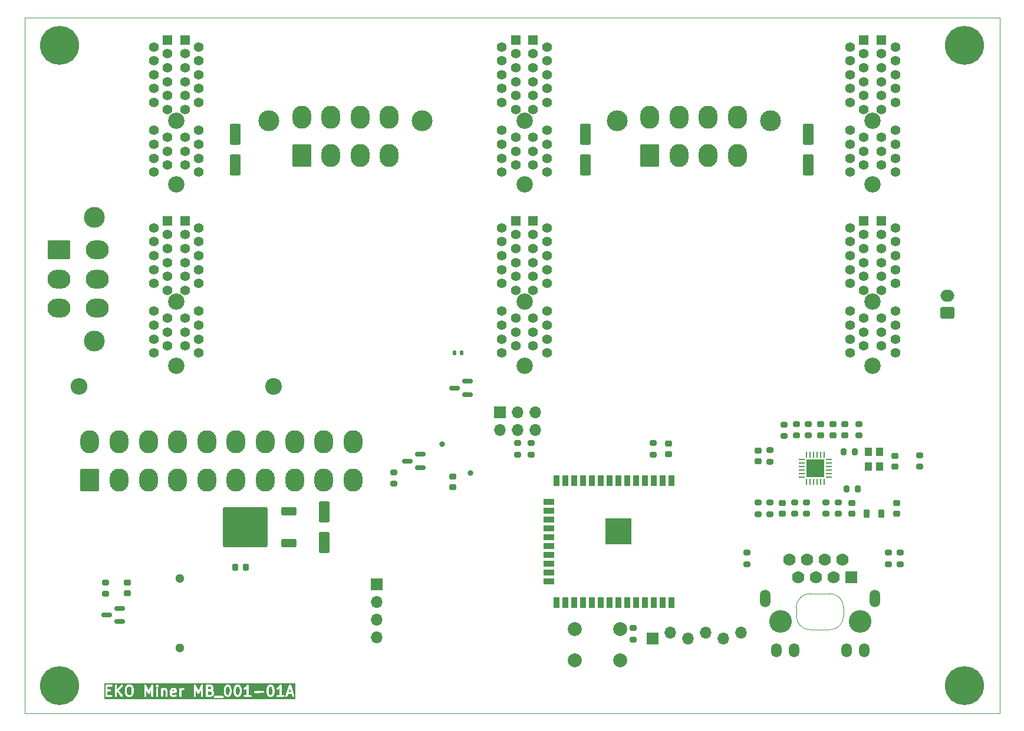
<source format=gbr>
%TF.GenerationSoftware,KiCad,Pcbnew,8.0.1*%
%TF.CreationDate,2024-04-21T01:25:57+02:00*%
%TF.ProjectId,EKO_MyMiner,454b4f5f-4d79-44d6-996e-65722e6b6963,rev?*%
%TF.SameCoordinates,Original*%
%TF.FileFunction,Soldermask,Top*%
%TF.FilePolarity,Negative*%
%FSLAX46Y46*%
G04 Gerber Fmt 4.6, Leading zero omitted, Abs format (unit mm)*
G04 Created by KiCad (PCBNEW 8.0.1) date 2024-04-21 01:25:57*
%MOMM*%
%LPD*%
G01*
G04 APERTURE LIST*
G04 Aperture macros list*
%AMRoundRect*
0 Rectangle with rounded corners*
0 $1 Rounding radius*
0 $2 $3 $4 $5 $6 $7 $8 $9 X,Y pos of 4 corners*
0 Add a 4 corners polygon primitive as box body*
4,1,4,$2,$3,$4,$5,$6,$7,$8,$9,$2,$3,0*
0 Add four circle primitives for the rounded corners*
1,1,$1+$1,$2,$3*
1,1,$1+$1,$4,$5*
1,1,$1+$1,$6,$7*
1,1,$1+$1,$8,$9*
0 Add four rect primitives between the rounded corners*
20,1,$1+$1,$2,$3,$4,$5,0*
20,1,$1+$1,$4,$5,$6,$7,0*
20,1,$1+$1,$6,$7,$8,$9,0*
20,1,$1+$1,$8,$9,$2,$3,0*%
G04 Aperture macros list end*
%ADD10C,0.300000*%
%ADD11RoundRect,0.062500X0.375000X0.062500X-0.375000X0.062500X-0.375000X-0.062500X0.375000X-0.062500X0*%
%ADD12RoundRect,0.062500X0.062500X0.375000X-0.062500X0.375000X-0.062500X-0.375000X0.062500X-0.375000X0*%
%ADD13R,2.500000X2.500000*%
%ADD14RoundRect,0.250000X-0.550000X1.250000X-0.550000X-1.250000X0.550000X-1.250000X0.550000X1.250000X0*%
%ADD15RoundRect,0.200000X0.275000X-0.200000X0.275000X0.200000X-0.275000X0.200000X-0.275000X-0.200000X0*%
%ADD16RoundRect,0.200000X-0.275000X0.200000X-0.275000X-0.200000X0.275000X-0.200000X0.275000X0.200000X0*%
%ADD17C,2.350000*%
%ADD18RoundRect,0.102000X-0.604000X0.604000X-0.604000X-0.604000X0.604000X-0.604000X0.604000X0.604000X0*%
%ADD19C,1.412000*%
%ADD20RoundRect,0.225000X-0.250000X0.225000X-0.250000X-0.225000X0.250000X-0.225000X0.250000X0.225000X0*%
%ADD21R,1.100000X1.300000*%
%ADD22R,0.900000X1.500000*%
%ADD23R,1.500000X0.900000*%
%ADD24C,0.600000*%
%ADD25R,3.800000X3.800000*%
%ADD26R,1.700000X1.700000*%
%ADD27O,1.700000X1.700000*%
%ADD28C,5.600000*%
%ADD29RoundRect,0.250000X0.850000X0.350000X-0.850000X0.350000X-0.850000X-0.350000X0.850000X-0.350000X0*%
%ADD30RoundRect,0.249997X2.950003X2.650003X-2.950003X2.650003X-2.950003X-2.650003X2.950003X-2.650003X0*%
%ADD31RoundRect,0.225000X0.250000X-0.225000X0.250000X0.225000X-0.250000X0.225000X-0.250000X-0.225000X0*%
%ADD32RoundRect,0.150000X0.587500X0.150000X-0.587500X0.150000X-0.587500X-0.150000X0.587500X-0.150000X0*%
%ADD33RoundRect,0.250000X0.750000X-0.600000X0.750000X0.600000X-0.750000X0.600000X-0.750000X-0.600000X0*%
%ADD34O,2.000000X1.700000*%
%ADD35C,2.400000*%
%ADD36O,2.400000X2.400000*%
%ADD37RoundRect,0.135000X-0.135000X-0.185000X0.135000X-0.185000X0.135000X0.185000X-0.135000X0.185000X0*%
%ADD38RoundRect,0.218750X-0.218750X-0.381250X0.218750X-0.381250X0.218750X0.381250X-0.218750X0.381250X0*%
%ADD39RoundRect,0.200000X-0.200000X-0.275000X0.200000X-0.275000X0.200000X0.275000X-0.200000X0.275000X0*%
%ADD40RoundRect,0.225000X-0.225000X-0.250000X0.225000X-0.250000X0.225000X0.250000X-0.225000X0.250000X0*%
%ADD41RoundRect,0.200000X0.200000X0.275000X-0.200000X0.275000X-0.200000X-0.275000X0.200000X-0.275000X0*%
%ADD42C,2.000000*%
%ADD43C,3.000000*%
%ADD44RoundRect,0.250001X-1.399999X1.099999X-1.399999X-1.099999X1.399999X-1.099999X1.399999X1.099999X0*%
%ADD45O,3.300000X2.700000*%
%ADD46C,1.300000*%
%ADD47RoundRect,0.250001X-1.099999X-1.399999X1.099999X-1.399999X1.099999X1.399999X-1.099999X1.399999X0*%
%ADD48O,2.700000X3.300000*%
%ADD49C,3.251200*%
%ADD50R,1.778000X1.778000*%
%ADD51C,1.778000*%
%ADD52O,1.500000X2.032000*%
%ADD53O,1.500000X2.540000*%
%ADD54C,0.800000*%
%TA.AperFunction,Profile*%
%ADD55C,0.100000*%
%TD*%
G04 APERTURE END LIST*
D10*
G36*
X93441306Y-136337426D02*
G01*
X93540893Y-136434561D01*
X93598273Y-136655697D01*
X93600792Y-137118392D01*
X93544188Y-137353687D01*
X93450523Y-137449717D01*
X93359225Y-137497119D01*
X93144227Y-137499086D01*
X93055141Y-137456229D01*
X92955556Y-137359095D01*
X92898176Y-137137959D01*
X92895657Y-136675263D01*
X92952260Y-136439969D01*
X93045926Y-136343940D01*
X93137226Y-136296536D01*
X93352222Y-136294569D01*
X93441306Y-136337426D01*
G37*
G36*
X99779139Y-136828136D02*
G01*
X99807378Y-136882524D01*
X99395989Y-136966431D01*
X99395673Y-136900583D01*
X99429533Y-136830199D01*
X99494370Y-136796536D01*
X99709366Y-136794569D01*
X99779139Y-136828136D01*
G37*
G36*
X105022493Y-137060795D02*
G01*
X105051928Y-137088956D01*
X105098603Y-137178854D01*
X105100305Y-137322625D01*
X105057372Y-137411867D01*
X105020381Y-137450532D01*
X104930923Y-137496979D01*
X104540803Y-137498851D01*
X104539882Y-137010303D01*
X104859685Y-137008562D01*
X105022493Y-137060795D01*
G37*
G36*
X104941836Y-136337681D02*
G01*
X104980500Y-136374671D01*
X105027338Y-136464882D01*
X105028555Y-136537579D01*
X104985944Y-136626152D01*
X104948954Y-136664816D01*
X104859453Y-136711286D01*
X104539322Y-136713029D01*
X104538536Y-136296025D01*
X104851703Y-136294319D01*
X104941836Y-136337681D01*
G37*
G36*
X107513263Y-136337680D02*
G01*
X107551929Y-136374671D01*
X107604541Y-136476004D01*
X107669720Y-136727196D01*
X107672109Y-137047432D01*
X107611510Y-137299334D01*
X107557372Y-137411867D01*
X107520381Y-137450532D01*
X107430172Y-137497369D01*
X107357474Y-137498586D01*
X107268900Y-137455975D01*
X107230237Y-137418986D01*
X107177621Y-137317649D01*
X107112444Y-137066460D01*
X107110055Y-136746223D01*
X107170654Y-136494320D01*
X107224791Y-136381789D01*
X107261781Y-136343125D01*
X107351994Y-136296286D01*
X107424690Y-136295069D01*
X107513263Y-136337680D01*
G37*
G36*
X108941834Y-136337680D02*
G01*
X108980500Y-136374671D01*
X109033112Y-136476004D01*
X109098291Y-136727196D01*
X109100680Y-137047432D01*
X109040081Y-137299334D01*
X108985943Y-137411867D01*
X108948952Y-137450532D01*
X108858743Y-137497369D01*
X108786045Y-137498586D01*
X108697471Y-137455975D01*
X108658808Y-137418986D01*
X108606192Y-137317649D01*
X108541015Y-137066460D01*
X108538626Y-136746223D01*
X108599225Y-136494320D01*
X108653362Y-136381789D01*
X108690352Y-136343125D01*
X108780565Y-136296286D01*
X108853261Y-136295069D01*
X108941834Y-136337680D01*
G37*
G36*
X113656119Y-136337680D02*
G01*
X113694785Y-136374671D01*
X113747397Y-136476004D01*
X113812576Y-136727196D01*
X113814965Y-137047432D01*
X113754366Y-137299334D01*
X113700228Y-137411867D01*
X113663237Y-137450532D01*
X113573028Y-137497369D01*
X113500330Y-137498586D01*
X113411756Y-137455975D01*
X113373093Y-137418986D01*
X113320477Y-137317649D01*
X113255300Y-137066460D01*
X113252911Y-136746223D01*
X113313510Y-136494320D01*
X113367647Y-136381789D01*
X113404637Y-136343125D01*
X113494850Y-136296286D01*
X113567546Y-136295069D01*
X113656119Y-136337680D01*
G37*
G36*
X116470688Y-137069055D02*
G01*
X116168726Y-137070226D01*
X116319001Y-136616696D01*
X116470688Y-137069055D01*
G37*
G36*
X117135142Y-138106352D02*
G01*
X89645843Y-138106352D01*
X89645843Y-137818949D01*
X105386822Y-137818949D01*
X105409220Y-137873021D01*
X105450604Y-137914405D01*
X105504676Y-137936803D01*
X105533940Y-137939685D01*
X106706061Y-137936803D01*
X106760133Y-137914405D01*
X106801517Y-137873021D01*
X106823915Y-137818949D01*
X106823915Y-137760421D01*
X106801517Y-137706349D01*
X106760133Y-137664965D01*
X106706061Y-137642567D01*
X106676797Y-137639685D01*
X105504676Y-137642567D01*
X105450604Y-137664965D01*
X105409220Y-137706349D01*
X105386822Y-137760421D01*
X105386822Y-137818949D01*
X89645843Y-137818949D01*
X89645843Y-136146828D01*
X89812510Y-136146828D01*
X89815392Y-137676092D01*
X89837790Y-137730164D01*
X89879174Y-137771548D01*
X89933246Y-137793946D01*
X89962510Y-137796828D01*
X90706060Y-137793946D01*
X90760132Y-137771548D01*
X90801516Y-137730164D01*
X90823914Y-137676092D01*
X90823914Y-137617564D01*
X90801516Y-137563492D01*
X90760132Y-137522108D01*
X90706060Y-137499710D01*
X90676796Y-137496828D01*
X90112231Y-137499016D01*
X90111310Y-137010303D01*
X90491774Y-137008232D01*
X90545846Y-136985834D01*
X90587230Y-136944450D01*
X90609628Y-136890378D01*
X90609628Y-136831850D01*
X90587230Y-136777778D01*
X90545846Y-136736394D01*
X90491774Y-136713996D01*
X90462510Y-136711114D01*
X90110750Y-136713029D01*
X90109964Y-136296256D01*
X90706060Y-136293946D01*
X90760132Y-136271548D01*
X90801516Y-136230164D01*
X90823914Y-136176092D01*
X90823914Y-136146828D01*
X91169653Y-136146828D01*
X91172535Y-137676092D01*
X91194933Y-137730164D01*
X91236317Y-137771548D01*
X91290389Y-137793946D01*
X91348917Y-137793946D01*
X91402989Y-137771548D01*
X91444373Y-137730164D01*
X91466771Y-137676092D01*
X91469653Y-137646828D01*
X91468560Y-137066996D01*
X91517848Y-137017478D01*
X92076660Y-137758510D01*
X92127022Y-137788329D01*
X92184959Y-137796606D01*
X92241656Y-137782081D01*
X92288478Y-137746964D01*
X92318297Y-137696603D01*
X92326574Y-137638665D01*
X92312049Y-137581969D01*
X92296796Y-137556828D01*
X91729627Y-136804714D01*
X91886782Y-136646828D01*
X92598225Y-136646828D01*
X92600896Y-137137359D01*
X92598402Y-137154119D01*
X92601086Y-137172268D01*
X92601107Y-137176092D01*
X92601954Y-137178136D01*
X92602704Y-137183208D01*
X92672535Y-137452331D01*
X92672535Y-137461805D01*
X92679115Y-137477691D01*
X92684025Y-137496613D01*
X92690664Y-137505573D01*
X92694932Y-137515877D01*
X92713587Y-137538608D01*
X92858173Y-137679635D01*
X92870544Y-137693899D01*
X92876897Y-137697898D01*
X92879176Y-137700121D01*
X92882837Y-137701637D01*
X92895429Y-137709564D01*
X93019954Y-137769470D01*
X93022032Y-137771548D01*
X93038154Y-137778226D01*
X93065750Y-137791502D01*
X93071125Y-137791883D01*
X93076104Y-137793946D01*
X93105368Y-137796828D01*
X93368627Y-137794419D01*
X93372320Y-137795650D01*
X93392748Y-137794198D01*
X93420346Y-137793946D01*
X93425324Y-137791883D01*
X93430700Y-137791502D01*
X93458164Y-137780992D01*
X93600702Y-137706985D01*
X93617275Y-137700121D01*
X93623046Y-137695384D01*
X93625907Y-137693899D01*
X93628502Y-137690906D01*
X93640005Y-137681466D01*
X93770006Y-137548183D01*
X93777580Y-137543639D01*
X93787510Y-137530237D01*
X93801517Y-137515877D01*
X93805783Y-137505575D01*
X93812424Y-137496614D01*
X93822317Y-137468923D01*
X93889187Y-137190952D01*
X93895343Y-137176092D01*
X93897131Y-137157928D01*
X93898048Y-137154120D01*
X93897722Y-137151931D01*
X93898225Y-137146828D01*
X93895553Y-136656295D01*
X93898048Y-136639536D01*
X93895363Y-136621386D01*
X93895343Y-136617564D01*
X93894496Y-136615519D01*
X93893746Y-136610447D01*
X93823914Y-136341323D01*
X93823914Y-136331851D01*
X93817334Y-136315965D01*
X93812424Y-136297042D01*
X93805784Y-136288081D01*
X93801517Y-136277778D01*
X93782862Y-136255048D01*
X93671911Y-136146828D01*
X95383939Y-136146828D01*
X95386821Y-137676092D01*
X95409219Y-137730164D01*
X95450603Y-137771548D01*
X95504675Y-137793946D01*
X95563203Y-137793946D01*
X95617275Y-137771548D01*
X95658659Y-137730164D01*
X95681057Y-137676092D01*
X95683939Y-137646828D01*
X95682372Y-136815843D01*
X95898209Y-137275494D01*
X95905679Y-137296035D01*
X95910144Y-137300911D01*
X95912999Y-137306990D01*
X95929804Y-137322380D01*
X95945206Y-137339198D01*
X95951249Y-137342018D01*
X95956162Y-137346517D01*
X95977582Y-137354306D01*
X95998244Y-137363948D01*
X96004901Y-137364240D01*
X96011164Y-137366518D01*
X96033943Y-137365517D01*
X96056714Y-137366518D01*
X96062973Y-137364241D01*
X96069635Y-137363949D01*
X96090302Y-137354304D01*
X96111717Y-137346517D01*
X96116630Y-137342017D01*
X96122672Y-137339198D01*
X96138067Y-137322385D01*
X96154880Y-137306990D01*
X96159848Y-137298601D01*
X96162199Y-137296035D01*
X96163518Y-137292405D01*
X96169866Y-137281690D01*
X96385202Y-136817375D01*
X96386821Y-137676092D01*
X96409219Y-137730164D01*
X96450603Y-137771548D01*
X96504675Y-137793946D01*
X96563203Y-137793946D01*
X96617275Y-137771548D01*
X96658659Y-137730164D01*
X96681057Y-137676092D01*
X96683939Y-137646828D01*
X96682054Y-136646828D01*
X97098225Y-136646828D01*
X97101107Y-137676092D01*
X97123505Y-137730164D01*
X97164889Y-137771548D01*
X97218961Y-137793946D01*
X97277489Y-137793946D01*
X97331561Y-137771548D01*
X97372945Y-137730164D01*
X97395343Y-137676092D01*
X97398225Y-137646828D01*
X97395425Y-136646828D01*
X97812511Y-136646828D01*
X97815393Y-137676092D01*
X97837791Y-137730164D01*
X97879175Y-137771548D01*
X97933247Y-137793946D01*
X97991775Y-137793946D01*
X98045847Y-137771548D01*
X98087231Y-137730164D01*
X98109629Y-137676092D01*
X98112511Y-137646828D01*
X98110285Y-136852155D01*
X98118924Y-136843125D01*
X98208824Y-136796449D01*
X98352594Y-136794747D01*
X98421996Y-136828136D01*
X98455480Y-136892625D01*
X98458251Y-137676092D01*
X98480649Y-137730164D01*
X98522033Y-137771548D01*
X98576105Y-137793946D01*
X98634633Y-137793946D01*
X98688705Y-137771548D01*
X98730089Y-137730164D01*
X98752487Y-137676092D01*
X98755369Y-137646828D01*
X98753601Y-137146984D01*
X99098226Y-137146984D01*
X99099631Y-137154010D01*
X99100856Y-137409422D01*
X99099404Y-137413780D01*
X99100984Y-137436021D01*
X99101108Y-137461806D01*
X99103170Y-137466784D01*
X99103552Y-137472160D01*
X99114062Y-137499623D01*
X99184615Y-137635510D01*
X99189340Y-137649685D01*
X99195904Y-137657253D01*
X99201155Y-137667367D01*
X99215361Y-137679688D01*
X99227687Y-137693900D01*
X99242491Y-137703218D01*
X99245369Y-137705714D01*
X99247680Y-137706484D01*
X99252573Y-137709564D01*
X99377098Y-137769470D01*
X99379176Y-137771548D01*
X99395298Y-137778226D01*
X99422894Y-137791502D01*
X99428269Y-137791883D01*
X99433248Y-137793946D01*
X99462512Y-137796828D01*
X99725771Y-137794419D01*
X99729464Y-137795650D01*
X99749892Y-137794198D01*
X99777490Y-137793946D01*
X99782468Y-137791883D01*
X99787844Y-137791502D01*
X99815308Y-137780992D01*
X99983051Y-137693899D01*
X100021397Y-137649684D01*
X100039905Y-137594162D01*
X100035757Y-137535782D01*
X100009583Y-137483433D01*
X99965368Y-137445086D01*
X99909845Y-137426578D01*
X99851465Y-137430726D01*
X99824002Y-137441236D01*
X99716369Y-137497119D01*
X99501371Y-137499086D01*
X99431597Y-137465520D01*
X99398074Y-137400953D01*
X99397443Y-137269480D01*
X99977914Y-137151089D01*
X99991776Y-137151089D01*
X100005221Y-137145519D01*
X100020060Y-137142493D01*
X100032271Y-137134314D01*
X100045848Y-137128691D01*
X100056349Y-137118189D01*
X100068690Y-137109925D01*
X100076842Y-137097697D01*
X100087232Y-137087307D01*
X100092914Y-137073587D01*
X100101154Y-137061229D01*
X100104006Y-137046811D01*
X100109630Y-137033235D01*
X100112512Y-137003971D01*
X100112509Y-137003830D01*
X100112513Y-137003814D01*
X100112509Y-137003794D01*
X100110477Y-136882445D01*
X100111334Y-136879875D01*
X100110156Y-136863310D01*
X100109630Y-136831850D01*
X100107566Y-136826869D01*
X100107185Y-136821495D01*
X100096676Y-136794031D01*
X100026119Y-136658139D01*
X100022349Y-136646828D01*
X100455368Y-136646828D01*
X100458250Y-137676092D01*
X100480648Y-137730164D01*
X100522032Y-137771548D01*
X100576104Y-137793946D01*
X100634632Y-137793946D01*
X100688704Y-137771548D01*
X100730088Y-137730164D01*
X100752486Y-137676092D01*
X100755368Y-137646828D01*
X100753474Y-136970642D01*
X100796220Y-136881789D01*
X100833210Y-136843125D01*
X100923423Y-136796286D01*
X101063204Y-136793946D01*
X101117276Y-136771548D01*
X101158660Y-136730164D01*
X101181058Y-136676092D01*
X101181058Y-136617564D01*
X101158660Y-136563492D01*
X101117276Y-136522108D01*
X101063204Y-136499710D01*
X101033940Y-136496828D01*
X100912414Y-136498862D01*
X100909844Y-136498006D01*
X100893279Y-136499183D01*
X100861819Y-136499710D01*
X100856838Y-136501773D01*
X100851464Y-136502155D01*
X100824000Y-136512664D01*
X100728727Y-136562131D01*
X100688704Y-136522108D01*
X100634632Y-136499710D01*
X100576104Y-136499710D01*
X100522032Y-136522108D01*
X100480648Y-136563492D01*
X100458250Y-136617564D01*
X100455368Y-136646828D01*
X100022349Y-136646828D01*
X100021397Y-136643973D01*
X100014835Y-136636407D01*
X100009582Y-136626289D01*
X99995372Y-136613965D01*
X99983051Y-136599758D01*
X99968245Y-136590438D01*
X99965367Y-136587942D01*
X99963055Y-136587171D01*
X99958165Y-136584093D01*
X99833640Y-136524186D01*
X99831562Y-136522108D01*
X99815430Y-136515426D01*
X99787845Y-136502155D01*
X99782470Y-136501773D01*
X99777490Y-136499710D01*
X99748226Y-136496828D01*
X99484965Y-136499236D01*
X99481273Y-136498006D01*
X99460844Y-136499457D01*
X99433248Y-136499710D01*
X99428270Y-136501771D01*
X99422893Y-136502154D01*
X99395430Y-136512664D01*
X99259538Y-136583220D01*
X99245370Y-136587943D01*
X99237804Y-136594504D01*
X99227686Y-136599758D01*
X99215363Y-136613966D01*
X99201155Y-136626289D01*
X99191832Y-136641098D01*
X99189340Y-136643973D01*
X99188570Y-136646280D01*
X99185490Y-136651175D01*
X99125583Y-136775700D01*
X99123506Y-136777778D01*
X99116827Y-136793900D01*
X99103552Y-136821496D01*
X99103170Y-136826871D01*
X99101108Y-136831850D01*
X99098226Y-136861114D01*
X99099565Y-137140215D01*
X99098226Y-137146984D01*
X98753601Y-137146984D01*
X98752672Y-136884429D01*
X98754191Y-136879875D01*
X98752576Y-136857157D01*
X98752487Y-136831850D01*
X98750423Y-136826869D01*
X98750042Y-136821495D01*
X98739533Y-136794031D01*
X98668976Y-136658139D01*
X98664254Y-136643973D01*
X98657692Y-136636407D01*
X98652439Y-136626289D01*
X98638229Y-136613965D01*
X98625908Y-136599758D01*
X98611102Y-136590438D01*
X98608224Y-136587942D01*
X98605912Y-136587171D01*
X98601022Y-136584093D01*
X98476497Y-136524186D01*
X98474419Y-136522108D01*
X98458287Y-136515426D01*
X98430702Y-136502155D01*
X98425327Y-136501773D01*
X98420347Y-136499710D01*
X98391083Y-136496828D01*
X98198848Y-136499102D01*
X98195558Y-136498006D01*
X98176385Y-136499368D01*
X98147533Y-136499710D01*
X98142552Y-136501773D01*
X98137178Y-136502155D01*
X98109714Y-136512664D01*
X98061458Y-136537719D01*
X98045847Y-136522108D01*
X97991775Y-136499710D01*
X97933247Y-136499710D01*
X97879175Y-136522108D01*
X97837791Y-136563492D01*
X97815393Y-136617564D01*
X97812511Y-136646828D01*
X97395425Y-136646828D01*
X97395343Y-136617564D01*
X97372945Y-136563492D01*
X97331561Y-136522108D01*
X97277489Y-136499710D01*
X97218961Y-136499710D01*
X97164889Y-136522108D01*
X97123505Y-136563492D01*
X97101107Y-136617564D01*
X97098225Y-136646828D01*
X96682054Y-136646828D01*
X96681301Y-136247521D01*
X97029679Y-136247521D01*
X97034985Y-136260330D01*
X97052076Y-136301592D01*
X97070731Y-136324323D01*
X97164889Y-136414406D01*
X97187286Y-136423682D01*
X97218961Y-136436803D01*
X97277489Y-136436803D01*
X97315723Y-136420965D01*
X97331560Y-136414406D01*
X97331564Y-136414401D01*
X97354290Y-136395752D01*
X97444374Y-136301593D01*
X97444375Y-136301592D01*
X97466772Y-136247520D01*
X97466772Y-136188994D01*
X97449307Y-136146828D01*
X102526796Y-136146828D01*
X102529678Y-137676092D01*
X102552076Y-137730164D01*
X102593460Y-137771548D01*
X102647532Y-137793946D01*
X102706060Y-137793946D01*
X102760132Y-137771548D01*
X102801516Y-137730164D01*
X102823914Y-137676092D01*
X102826796Y-137646828D01*
X102825229Y-136815843D01*
X103041066Y-137275494D01*
X103048536Y-137296035D01*
X103053001Y-137300911D01*
X103055856Y-137306990D01*
X103072661Y-137322380D01*
X103088063Y-137339198D01*
X103094106Y-137342018D01*
X103099019Y-137346517D01*
X103120439Y-137354306D01*
X103141101Y-137363948D01*
X103147758Y-137364240D01*
X103154021Y-137366518D01*
X103176800Y-137365517D01*
X103199571Y-137366518D01*
X103205830Y-137364241D01*
X103212492Y-137363949D01*
X103233159Y-137354304D01*
X103254574Y-137346517D01*
X103259487Y-137342017D01*
X103265529Y-137339198D01*
X103280924Y-137322385D01*
X103297737Y-137306990D01*
X103302705Y-137298601D01*
X103305056Y-137296035D01*
X103306375Y-137292405D01*
X103312723Y-137281690D01*
X103528059Y-136817375D01*
X103529678Y-137676092D01*
X103552076Y-137730164D01*
X103593460Y-137771548D01*
X103647532Y-137793946D01*
X103706060Y-137793946D01*
X103760132Y-137771548D01*
X103801516Y-137730164D01*
X103823914Y-137676092D01*
X103826796Y-137646828D01*
X103823972Y-136148720D01*
X103824055Y-136146828D01*
X104241082Y-136146828D01*
X104243964Y-137676092D01*
X104266362Y-137730164D01*
X104307746Y-137771548D01*
X104361818Y-137793946D01*
X104391082Y-137796828D01*
X104939391Y-137794197D01*
X104943749Y-137795650D01*
X104965990Y-137794069D01*
X104991775Y-137793946D01*
X104996753Y-137791883D01*
X105002129Y-137791502D01*
X105029593Y-137780992D01*
X105172134Y-137706983D01*
X105188703Y-137700121D01*
X105194473Y-137695385D01*
X105197336Y-137693899D01*
X105199932Y-137690905D01*
X105211434Y-137681466D01*
X105283335Y-137606310D01*
X105295296Y-137595938D01*
X105299213Y-137589714D01*
X105301518Y-137587306D01*
X105303034Y-137583644D01*
X105310961Y-137571053D01*
X105370867Y-137446527D01*
X105372945Y-137444450D01*
X105379623Y-137428327D01*
X105392899Y-137400732D01*
X105393280Y-137395356D01*
X105395343Y-137390378D01*
X105398225Y-137361114D01*
X105395950Y-137168880D01*
X105397047Y-137165590D01*
X105395684Y-137146411D01*
X105395343Y-137117564D01*
X105393280Y-137112585D01*
X105392899Y-137107210D01*
X105382389Y-137079747D01*
X105308383Y-136937209D01*
X105301518Y-136920636D01*
X105296780Y-136914863D01*
X105295296Y-136912004D01*
X105292304Y-136909409D01*
X105282863Y-136897905D01*
X105224718Y-136842276D01*
X105223867Y-136840575D01*
X105213934Y-136831960D01*
X105207200Y-136825517D01*
X105211905Y-136820598D01*
X105223867Y-136810225D01*
X105227784Y-136804002D01*
X105230089Y-136801593D01*
X105231605Y-136797930D01*
X105239532Y-136785339D01*
X105271804Y-136718257D01*
X106812511Y-136718257D01*
X106815107Y-137066430D01*
X106812688Y-137082691D01*
X106815364Y-137100785D01*
X106815393Y-137104664D01*
X106816240Y-137106708D01*
X106816990Y-137111780D01*
X106888247Y-137386400D01*
X106889266Y-137400733D01*
X106897654Y-137422653D01*
X106898311Y-137425185D01*
X106898955Y-137426055D01*
X106899775Y-137428196D01*
X106973784Y-137570738D01*
X106980647Y-137587306D01*
X106985382Y-137593076D01*
X106986869Y-137595939D01*
X106989862Y-137598535D01*
X106999302Y-137610037D01*
X107074457Y-137681938D01*
X107084830Y-137693899D01*
X107091053Y-137697816D01*
X107093462Y-137700121D01*
X107097123Y-137701637D01*
X107109715Y-137709564D01*
X107234240Y-137769470D01*
X107236318Y-137771548D01*
X107252440Y-137778226D01*
X107280036Y-137791502D01*
X107285411Y-137791883D01*
X107290390Y-137793946D01*
X107319654Y-137796828D01*
X107441178Y-137794793D01*
X107443749Y-137795650D01*
X107460318Y-137794472D01*
X107491775Y-137793946D01*
X107496753Y-137791883D01*
X107502129Y-137791502D01*
X107529593Y-137780992D01*
X107672134Y-137706983D01*
X107688703Y-137700121D01*
X107694473Y-137695385D01*
X107697336Y-137693899D01*
X107699932Y-137690905D01*
X107711434Y-137681466D01*
X107783335Y-137606310D01*
X107795296Y-137595938D01*
X107799213Y-137589714D01*
X107801518Y-137587306D01*
X107803034Y-137583644D01*
X107810961Y-137571053D01*
X107876102Y-137435645D01*
X107883853Y-137425186D01*
X107891696Y-137403231D01*
X107892899Y-137400732D01*
X107892975Y-137399650D01*
X107893746Y-137397495D01*
X107960616Y-137119524D01*
X107966772Y-137104664D01*
X107968560Y-137086500D01*
X107969477Y-137082692D01*
X107969151Y-137080503D01*
X107969654Y-137075400D01*
X107967057Y-136727225D01*
X107968392Y-136718257D01*
X108241082Y-136718257D01*
X108243678Y-137066430D01*
X108241259Y-137082691D01*
X108243935Y-137100785D01*
X108243964Y-137104664D01*
X108244811Y-137106708D01*
X108245561Y-137111780D01*
X108316818Y-137386400D01*
X108317837Y-137400733D01*
X108326225Y-137422653D01*
X108326882Y-137425185D01*
X108327526Y-137426055D01*
X108328346Y-137428196D01*
X108402355Y-137570738D01*
X108409218Y-137587306D01*
X108413953Y-137593076D01*
X108415440Y-137595939D01*
X108418433Y-137598535D01*
X108427873Y-137610037D01*
X108503028Y-137681938D01*
X108513401Y-137693899D01*
X108519624Y-137697816D01*
X108522033Y-137700121D01*
X108525694Y-137701637D01*
X108538286Y-137709564D01*
X108662811Y-137769470D01*
X108664889Y-137771548D01*
X108681011Y-137778226D01*
X108708607Y-137791502D01*
X108713982Y-137791883D01*
X108718961Y-137793946D01*
X108748225Y-137796828D01*
X108869749Y-137794793D01*
X108872320Y-137795650D01*
X108888889Y-137794472D01*
X108920346Y-137793946D01*
X108925324Y-137791883D01*
X108930700Y-137791502D01*
X108958164Y-137780992D01*
X109100705Y-137706983D01*
X109117274Y-137700121D01*
X109123044Y-137695385D01*
X109125907Y-137693899D01*
X109128503Y-137690905D01*
X109140005Y-137681466D01*
X109211906Y-137606310D01*
X109223867Y-137595938D01*
X109227784Y-137589714D01*
X109230089Y-137587306D01*
X109231605Y-137583644D01*
X109239532Y-137571053D01*
X109304673Y-137435645D01*
X109312424Y-137425186D01*
X109320267Y-137403231D01*
X109321470Y-137400732D01*
X109321546Y-137399650D01*
X109322317Y-137397495D01*
X109389187Y-137119524D01*
X109395343Y-137104664D01*
X109397131Y-137086500D01*
X109398048Y-137082692D01*
X109397722Y-137080503D01*
X109398225Y-137075400D01*
X109395628Y-136727225D01*
X109398048Y-136710965D01*
X109395371Y-136692870D01*
X109395343Y-136688993D01*
X109394496Y-136686948D01*
X109393746Y-136681876D01*
X109361250Y-136556639D01*
X109670831Y-136556639D01*
X109674980Y-136615019D01*
X109701154Y-136667368D01*
X109745369Y-136705715D01*
X109800892Y-136724222D01*
X109859272Y-136720073D01*
X109886735Y-136709564D01*
X110029277Y-136635554D01*
X110045845Y-136628692D01*
X110051615Y-136623956D01*
X110054478Y-136622470D01*
X110057074Y-136619476D01*
X110068576Y-136610037D01*
X110099038Y-136578806D01*
X110100771Y-137498700D01*
X109790389Y-137499710D01*
X109736317Y-137522108D01*
X109694933Y-137563492D01*
X109672535Y-137617564D01*
X109672535Y-137676092D01*
X109694933Y-137730164D01*
X109736317Y-137771548D01*
X109790389Y-137793946D01*
X109819653Y-137796828D01*
X110706060Y-137793946D01*
X110760132Y-137771548D01*
X110801516Y-137730164D01*
X110823914Y-137676092D01*
X110823914Y-137617564D01*
X110801516Y-137563492D01*
X110760132Y-137522108D01*
X110706060Y-137499710D01*
X110676796Y-137496828D01*
X110397943Y-137497734D01*
X110397202Y-137104664D01*
X111172534Y-137104664D01*
X111194932Y-137158736D01*
X111236316Y-137200120D01*
X111290388Y-137222518D01*
X111319652Y-137225400D01*
X112491774Y-137222518D01*
X112545846Y-137200120D01*
X112587230Y-137158736D01*
X112609628Y-137104664D01*
X112609628Y-137046136D01*
X112587230Y-136992064D01*
X112545846Y-136950680D01*
X112491774Y-136928282D01*
X112462510Y-136925400D01*
X111290388Y-136928282D01*
X111236316Y-136950680D01*
X111194932Y-136992064D01*
X111172534Y-137046136D01*
X111172534Y-137104664D01*
X110397202Y-137104664D01*
X110396474Y-136718257D01*
X112955367Y-136718257D01*
X112957963Y-137066430D01*
X112955544Y-137082691D01*
X112958220Y-137100785D01*
X112958249Y-137104664D01*
X112959096Y-137106708D01*
X112959846Y-137111780D01*
X113031103Y-137386400D01*
X113032122Y-137400733D01*
X113040510Y-137422653D01*
X113041167Y-137425185D01*
X113041811Y-137426055D01*
X113042631Y-137428196D01*
X113116640Y-137570738D01*
X113123503Y-137587306D01*
X113128238Y-137593076D01*
X113129725Y-137595939D01*
X113132718Y-137598535D01*
X113142158Y-137610037D01*
X113217313Y-137681938D01*
X113227686Y-137693899D01*
X113233909Y-137697816D01*
X113236318Y-137700121D01*
X113239979Y-137701637D01*
X113252571Y-137709564D01*
X113377096Y-137769470D01*
X113379174Y-137771548D01*
X113395296Y-137778226D01*
X113422892Y-137791502D01*
X113428267Y-137791883D01*
X113433246Y-137793946D01*
X113462510Y-137796828D01*
X113584034Y-137794793D01*
X113586605Y-137795650D01*
X113603174Y-137794472D01*
X113634631Y-137793946D01*
X113639609Y-137791883D01*
X113644985Y-137791502D01*
X113672449Y-137780992D01*
X113814990Y-137706983D01*
X113831559Y-137700121D01*
X113837329Y-137695385D01*
X113840192Y-137693899D01*
X113842788Y-137690905D01*
X113854290Y-137681466D01*
X113926191Y-137606310D01*
X113938152Y-137595938D01*
X113942069Y-137589714D01*
X113944374Y-137587306D01*
X113945890Y-137583644D01*
X113953817Y-137571053D01*
X114018958Y-137435645D01*
X114026709Y-137425186D01*
X114034552Y-137403231D01*
X114035755Y-137400732D01*
X114035831Y-137399650D01*
X114036602Y-137397495D01*
X114103472Y-137119524D01*
X114109628Y-137104664D01*
X114111416Y-137086500D01*
X114112333Y-137082692D01*
X114112007Y-137080503D01*
X114112510Y-137075400D01*
X114109913Y-136727225D01*
X114112333Y-136710965D01*
X114109656Y-136692870D01*
X114109628Y-136688993D01*
X114108781Y-136686948D01*
X114108031Y-136681876D01*
X114075535Y-136556639D01*
X114385116Y-136556639D01*
X114389265Y-136615019D01*
X114415439Y-136667368D01*
X114459654Y-136705715D01*
X114515177Y-136724222D01*
X114573557Y-136720073D01*
X114601020Y-136709564D01*
X114743562Y-136635554D01*
X114760130Y-136628692D01*
X114765900Y-136623956D01*
X114768763Y-136622470D01*
X114771359Y-136619476D01*
X114782861Y-136610037D01*
X114813323Y-136578806D01*
X114815056Y-137498700D01*
X114504674Y-137499710D01*
X114450602Y-137522108D01*
X114409218Y-137563492D01*
X114386820Y-137617564D01*
X114386820Y-137676092D01*
X114409218Y-137730164D01*
X114450602Y-137771548D01*
X114504674Y-137793946D01*
X114533938Y-137796828D01*
X115420345Y-137793946D01*
X115474417Y-137771548D01*
X115515801Y-137730164D01*
X115538199Y-137676092D01*
X115538199Y-137628067D01*
X115670830Y-137628067D01*
X115674979Y-137686448D01*
X115701153Y-137738795D01*
X115745367Y-137777142D01*
X115800891Y-137795650D01*
X115859272Y-137791501D01*
X115911619Y-137765327D01*
X115949966Y-137721113D01*
X115961954Y-137694262D01*
X116070112Y-137367839D01*
X116570227Y-137365901D01*
X116689338Y-137721113D01*
X116727685Y-137765328D01*
X116780033Y-137791501D01*
X116838413Y-137795651D01*
X116893937Y-137777142D01*
X116938151Y-137738795D01*
X116964325Y-137686448D01*
X116968475Y-137628068D01*
X116961955Y-137599394D01*
X116465060Y-136117558D01*
X116464325Y-136107208D01*
X116456021Y-136090600D01*
X116449966Y-136072543D01*
X116442943Y-136064446D01*
X116438151Y-136054861D01*
X116423942Y-136042537D01*
X116411619Y-136028329D01*
X116402033Y-136023536D01*
X116393937Y-136016514D01*
X116376093Y-136010565D01*
X116359272Y-136002155D01*
X116348583Y-136001395D01*
X116338413Y-135998005D01*
X116319647Y-135999338D01*
X116300891Y-135998006D01*
X116290723Y-136001395D01*
X116280033Y-136002155D01*
X116263209Y-136010566D01*
X116245367Y-136016514D01*
X116237272Y-136023534D01*
X116227685Y-136028328D01*
X116215359Y-136042539D01*
X116201153Y-136054861D01*
X116196360Y-136064445D01*
X116189338Y-136072543D01*
X116177350Y-136099394D01*
X115820011Y-137177838D01*
X115815391Y-137188993D01*
X115815391Y-137191783D01*
X115670830Y-137628067D01*
X115538199Y-137628067D01*
X115538199Y-137617564D01*
X115515801Y-137563492D01*
X115474417Y-137522108D01*
X115420345Y-137499710D01*
X115391081Y-137496828D01*
X115112228Y-137497734D01*
X115109708Y-136160827D01*
X115112509Y-136146670D01*
X115109654Y-136132400D01*
X115109627Y-136117564D01*
X115103943Y-136103843D01*
X115101031Y-136089281D01*
X115092852Y-136077068D01*
X115087229Y-136063492D01*
X115076730Y-136052993D01*
X115068465Y-136040651D01*
X115056234Y-136032497D01*
X115045845Y-136022108D01*
X115032126Y-136016425D01*
X115019766Y-136008185D01*
X115005347Y-136005332D01*
X114991773Y-135999710D01*
X114976922Y-135999710D01*
X114962352Y-135996828D01*
X114947942Y-135999710D01*
X114933245Y-135999710D01*
X114919523Y-136005393D01*
X114904962Y-136008306D01*
X114892749Y-136016484D01*
X114879173Y-136022108D01*
X114868674Y-136032606D01*
X114856332Y-136040872D01*
X114837900Y-136063380D01*
X114837789Y-136063492D01*
X114837768Y-136063542D01*
X114837702Y-136063623D01*
X114711350Y-136257339D01*
X114593381Y-136378286D01*
X114441970Y-136456901D01*
X114403623Y-136501116D01*
X114385116Y-136556639D01*
X114075535Y-136556639D01*
X114036773Y-136407257D01*
X114035755Y-136392924D01*
X114027367Y-136371005D01*
X114026709Y-136368470D01*
X114026062Y-136367597D01*
X114025245Y-136365461D01*
X113951236Y-136222918D01*
X113944373Y-136206349D01*
X113939637Y-136200578D01*
X113938152Y-136197718D01*
X113935160Y-136195123D01*
X113925718Y-136183618D01*
X113850571Y-136111725D01*
X113840192Y-136099758D01*
X113833963Y-136095837D01*
X113831558Y-136093536D01*
X113827901Y-136092021D01*
X113815306Y-136084093D01*
X113690781Y-136024186D01*
X113688703Y-136022108D01*
X113672571Y-136015426D01*
X113644986Y-136002155D01*
X113639611Y-136001773D01*
X113634631Y-135999710D01*
X113605367Y-135996828D01*
X113483841Y-135998862D01*
X113481271Y-135998006D01*
X113464706Y-135999183D01*
X113433246Y-135999710D01*
X113428265Y-136001773D01*
X113422891Y-136002155D01*
X113395427Y-136012664D01*
X113252883Y-136086674D01*
X113236318Y-136093536D01*
X113230547Y-136098271D01*
X113227685Y-136099758D01*
X113225088Y-136102751D01*
X113213588Y-136112190D01*
X113141690Y-136187339D01*
X113129725Y-136197717D01*
X113125806Y-136203942D01*
X113123504Y-136206349D01*
X113121988Y-136210007D01*
X113114060Y-136222603D01*
X113048918Y-136358010D01*
X113041167Y-136368471D01*
X113033323Y-136390425D01*
X113032122Y-136392923D01*
X113032045Y-136394003D01*
X113031274Y-136396162D01*
X112964404Y-136674131D01*
X112958249Y-136688993D01*
X112956460Y-136707158D01*
X112955544Y-136710966D01*
X112955869Y-136713153D01*
X112955367Y-136718257D01*
X110396474Y-136718257D01*
X110395423Y-136160827D01*
X110398224Y-136146670D01*
X110395369Y-136132400D01*
X110395342Y-136117564D01*
X110389658Y-136103843D01*
X110386746Y-136089281D01*
X110378567Y-136077068D01*
X110372944Y-136063492D01*
X110362445Y-136052993D01*
X110354180Y-136040651D01*
X110341949Y-136032497D01*
X110331560Y-136022108D01*
X110317841Y-136016425D01*
X110305481Y-136008185D01*
X110291062Y-136005332D01*
X110277488Y-135999710D01*
X110262637Y-135999710D01*
X110248067Y-135996828D01*
X110233657Y-135999710D01*
X110218960Y-135999710D01*
X110205238Y-136005393D01*
X110190677Y-136008306D01*
X110178464Y-136016484D01*
X110164888Y-136022108D01*
X110154389Y-136032606D01*
X110142047Y-136040872D01*
X110123615Y-136063380D01*
X110123504Y-136063492D01*
X110123483Y-136063542D01*
X110123417Y-136063623D01*
X109997065Y-136257339D01*
X109879096Y-136378286D01*
X109727685Y-136456901D01*
X109689338Y-136501116D01*
X109670831Y-136556639D01*
X109361250Y-136556639D01*
X109322488Y-136407257D01*
X109321470Y-136392924D01*
X109313082Y-136371005D01*
X109312424Y-136368470D01*
X109311777Y-136367597D01*
X109310960Y-136365461D01*
X109236951Y-136222918D01*
X109230088Y-136206349D01*
X109225352Y-136200578D01*
X109223867Y-136197718D01*
X109220875Y-136195123D01*
X109211433Y-136183618D01*
X109136286Y-136111725D01*
X109125907Y-136099758D01*
X109119678Y-136095837D01*
X109117273Y-136093536D01*
X109113616Y-136092021D01*
X109101021Y-136084093D01*
X108976496Y-136024186D01*
X108974418Y-136022108D01*
X108958286Y-136015426D01*
X108930701Y-136002155D01*
X108925326Y-136001773D01*
X108920346Y-135999710D01*
X108891082Y-135996828D01*
X108769556Y-135998862D01*
X108766986Y-135998006D01*
X108750421Y-135999183D01*
X108718961Y-135999710D01*
X108713980Y-136001773D01*
X108708606Y-136002155D01*
X108681142Y-136012664D01*
X108538598Y-136086674D01*
X108522033Y-136093536D01*
X108516262Y-136098271D01*
X108513400Y-136099758D01*
X108510803Y-136102751D01*
X108499303Y-136112190D01*
X108427405Y-136187339D01*
X108415440Y-136197717D01*
X108411521Y-136203942D01*
X108409219Y-136206349D01*
X108407703Y-136210007D01*
X108399775Y-136222603D01*
X108334633Y-136358010D01*
X108326882Y-136368471D01*
X108319038Y-136390425D01*
X108317837Y-136392923D01*
X108317760Y-136394003D01*
X108316989Y-136396162D01*
X108250119Y-136674131D01*
X108243964Y-136688993D01*
X108242175Y-136707158D01*
X108241259Y-136710966D01*
X108241584Y-136713153D01*
X108241082Y-136718257D01*
X107968392Y-136718257D01*
X107969477Y-136710965D01*
X107966800Y-136692870D01*
X107966772Y-136688993D01*
X107965925Y-136686948D01*
X107965175Y-136681876D01*
X107893917Y-136407257D01*
X107892899Y-136392924D01*
X107884511Y-136371005D01*
X107883853Y-136368470D01*
X107883206Y-136367597D01*
X107882389Y-136365461D01*
X107808380Y-136222918D01*
X107801517Y-136206349D01*
X107796781Y-136200578D01*
X107795296Y-136197718D01*
X107792304Y-136195123D01*
X107782862Y-136183618D01*
X107707715Y-136111725D01*
X107697336Y-136099758D01*
X107691107Y-136095837D01*
X107688702Y-136093536D01*
X107685045Y-136092021D01*
X107672450Y-136084093D01*
X107547925Y-136024186D01*
X107545847Y-136022108D01*
X107529715Y-136015426D01*
X107502130Y-136002155D01*
X107496755Y-136001773D01*
X107491775Y-135999710D01*
X107462511Y-135996828D01*
X107340985Y-135998862D01*
X107338415Y-135998006D01*
X107321850Y-135999183D01*
X107290390Y-135999710D01*
X107285409Y-136001773D01*
X107280035Y-136002155D01*
X107252571Y-136012664D01*
X107110027Y-136086674D01*
X107093462Y-136093536D01*
X107087691Y-136098271D01*
X107084829Y-136099758D01*
X107082232Y-136102751D01*
X107070732Y-136112190D01*
X106998834Y-136187339D01*
X106986869Y-136197717D01*
X106982950Y-136203942D01*
X106980648Y-136206349D01*
X106979132Y-136210007D01*
X106971204Y-136222603D01*
X106906062Y-136358010D01*
X106898311Y-136368471D01*
X106890467Y-136390425D01*
X106889266Y-136392923D01*
X106889189Y-136394003D01*
X106888418Y-136396162D01*
X106821548Y-136674131D01*
X106815393Y-136688993D01*
X106813604Y-136707158D01*
X106812688Y-136710966D01*
X106813013Y-136713153D01*
X106812511Y-136718257D01*
X105271804Y-136718257D01*
X105299438Y-136660814D01*
X105301517Y-136658736D01*
X105308198Y-136642604D01*
X105321470Y-136615019D01*
X105321851Y-136609644D01*
X105323915Y-136604664D01*
X105326797Y-136575400D01*
X105324762Y-136453873D01*
X105325619Y-136451303D01*
X105324441Y-136434738D01*
X105323915Y-136403278D01*
X105321851Y-136398297D01*
X105321470Y-136392923D01*
X105310961Y-136365459D01*
X105236950Y-136222916D01*
X105230089Y-136206349D01*
X105225352Y-136200577D01*
X105223867Y-136197717D01*
X105220874Y-136195121D01*
X105211434Y-136183619D01*
X105136284Y-136111722D01*
X105125908Y-136099758D01*
X105119682Y-136095839D01*
X105117275Y-136093536D01*
X105113615Y-136092020D01*
X105101022Y-136084093D01*
X104976494Y-136024184D01*
X104974418Y-136022108D01*
X104958300Y-136015431D01*
X104930701Y-136002154D01*
X104925323Y-136001771D01*
X104920346Y-135999710D01*
X104891082Y-135996828D01*
X104361818Y-135999710D01*
X104307746Y-136022108D01*
X104266362Y-136063492D01*
X104243964Y-136117564D01*
X104241082Y-136146828D01*
X103824055Y-136146828D01*
X103825057Y-136124052D01*
X103823920Y-136120926D01*
X103823914Y-136117564D01*
X103813953Y-136093518D01*
X103805056Y-136069050D01*
X103802796Y-136066582D01*
X103801516Y-136063492D01*
X103783118Y-136045094D01*
X103765529Y-136025887D01*
X103762495Y-136024471D01*
X103760132Y-136022108D01*
X103736101Y-136012154D01*
X103712492Y-136001136D01*
X103709147Y-136000989D01*
X103706060Y-135999710D01*
X103680036Y-135999710D01*
X103654021Y-135998567D01*
X103650878Y-135999710D01*
X103647532Y-135999710D01*
X103623479Y-136009673D01*
X103599019Y-136018568D01*
X103596551Y-136020827D01*
X103593460Y-136022108D01*
X103575051Y-136040516D01*
X103555856Y-136058095D01*
X103553506Y-136062061D01*
X103552076Y-136063492D01*
X103550720Y-136066764D01*
X103540869Y-136083395D01*
X103177512Y-136866874D01*
X102810833Y-136085984D01*
X102801516Y-136063492D01*
X102799169Y-136061145D01*
X102797737Y-136058095D01*
X102778529Y-136040505D01*
X102760132Y-136022108D01*
X102757041Y-136020827D01*
X102754574Y-136018568D01*
X102730108Y-136009671D01*
X102706060Y-135999710D01*
X102702714Y-135999710D01*
X102699571Y-135998567D01*
X102673567Y-135999710D01*
X102647532Y-135999710D01*
X102644441Y-136000990D01*
X102641101Y-136001137D01*
X102617505Y-136012147D01*
X102593460Y-136022108D01*
X102591096Y-136024471D01*
X102588063Y-136025887D01*
X102570473Y-136045094D01*
X102552076Y-136063492D01*
X102550795Y-136066582D01*
X102548536Y-136069050D01*
X102539639Y-136093515D01*
X102529678Y-136117564D01*
X102529226Y-136122152D01*
X102528535Y-136124053D01*
X102528690Y-136127591D01*
X102526796Y-136146828D01*
X97449307Y-136146828D01*
X97444375Y-136134922D01*
X97425720Y-136112191D01*
X97331560Y-136022107D01*
X97297949Y-136008185D01*
X97277489Y-135999710D01*
X97218961Y-135999710D01*
X97198501Y-136008185D01*
X97164890Y-136022107D01*
X97164889Y-136022108D01*
X97142158Y-136040763D01*
X97052098Y-136134899D01*
X97052076Y-136134922D01*
X97031906Y-136183619D01*
X97029679Y-136188995D01*
X97029679Y-136247521D01*
X96681301Y-136247521D01*
X96681115Y-136148720D01*
X96682200Y-136124052D01*
X96681063Y-136120926D01*
X96681057Y-136117564D01*
X96671096Y-136093518D01*
X96662199Y-136069050D01*
X96659939Y-136066582D01*
X96658659Y-136063492D01*
X96640261Y-136045094D01*
X96622672Y-136025887D01*
X96619638Y-136024471D01*
X96617275Y-136022108D01*
X96593244Y-136012154D01*
X96569635Y-136001136D01*
X96566290Y-136000989D01*
X96563203Y-135999710D01*
X96537179Y-135999710D01*
X96511164Y-135998567D01*
X96508021Y-135999710D01*
X96504675Y-135999710D01*
X96480622Y-136009673D01*
X96456162Y-136018568D01*
X96453694Y-136020827D01*
X96450603Y-136022108D01*
X96432194Y-136040516D01*
X96412999Y-136058095D01*
X96410649Y-136062061D01*
X96409219Y-136063492D01*
X96407863Y-136066764D01*
X96398012Y-136083395D01*
X96034655Y-136866874D01*
X95667976Y-136085984D01*
X95658659Y-136063492D01*
X95656312Y-136061145D01*
X95654880Y-136058095D01*
X95635672Y-136040505D01*
X95617275Y-136022108D01*
X95614184Y-136020827D01*
X95611717Y-136018568D01*
X95587251Y-136009671D01*
X95563203Y-135999710D01*
X95559857Y-135999710D01*
X95556714Y-135998567D01*
X95530710Y-135999710D01*
X95504675Y-135999710D01*
X95501584Y-136000990D01*
X95498244Y-136001137D01*
X95474648Y-136012147D01*
X95450603Y-136022108D01*
X95448239Y-136024471D01*
X95445206Y-136025887D01*
X95427616Y-136045094D01*
X95409219Y-136063492D01*
X95407938Y-136066582D01*
X95405679Y-136069050D01*
X95396782Y-136093515D01*
X95386821Y-136117564D01*
X95386369Y-136122152D01*
X95385678Y-136124053D01*
X95385833Y-136127591D01*
X95383939Y-136146828D01*
X93671911Y-136146828D01*
X93638281Y-136114026D01*
X93625907Y-136099758D01*
X93619551Y-136095757D01*
X93617274Y-136093536D01*
X93613614Y-136092020D01*
X93601021Y-136084093D01*
X93476496Y-136024186D01*
X93474418Y-136022108D01*
X93458286Y-136015426D01*
X93430701Y-136002155D01*
X93425326Y-136001773D01*
X93420346Y-135999710D01*
X93391082Y-135996828D01*
X93127821Y-135999236D01*
X93124129Y-135998006D01*
X93103705Y-135999457D01*
X93076104Y-135999710D01*
X93071123Y-136001773D01*
X93065749Y-136002155D01*
X93038285Y-136012664D01*
X92895741Y-136086674D01*
X92879176Y-136093536D01*
X92873405Y-136098271D01*
X92870543Y-136099758D01*
X92867946Y-136102752D01*
X92856445Y-136112191D01*
X92726441Y-136245473D01*
X92718869Y-136250017D01*
X92708942Y-136263414D01*
X92694932Y-136277778D01*
X92690663Y-136288083D01*
X92684025Y-136297043D01*
X92674132Y-136324734D01*
X92607263Y-136602702D01*
X92601107Y-136617564D01*
X92599318Y-136635729D01*
X92598402Y-136639537D01*
X92598727Y-136641724D01*
X92598225Y-136646828D01*
X91886782Y-136646828D01*
X92301517Y-136230164D01*
X92323914Y-136176091D01*
X92323914Y-136117565D01*
X92301517Y-136063493D01*
X92260131Y-136022107D01*
X92206059Y-135999710D01*
X92147533Y-135999710D01*
X92093460Y-136022107D01*
X92070730Y-136040762D01*
X91467767Y-136646530D01*
X91466771Y-136117564D01*
X91444373Y-136063492D01*
X91402989Y-136022108D01*
X91348917Y-135999710D01*
X91290389Y-135999710D01*
X91236317Y-136022108D01*
X91194933Y-136063492D01*
X91172535Y-136117564D01*
X91169653Y-136146828D01*
X90823914Y-136146828D01*
X90823914Y-136117564D01*
X90801516Y-136063492D01*
X90760132Y-136022108D01*
X90706060Y-135999710D01*
X90676796Y-135996828D01*
X89933246Y-135999710D01*
X89879174Y-136022108D01*
X89837790Y-136063492D01*
X89815392Y-136117564D01*
X89812510Y-136146828D01*
X89645843Y-136146828D01*
X89645843Y-135830161D01*
X117135142Y-135830161D01*
X117135142Y-138106352D01*
G37*
D11*
%TO.C,U1*%
X193732000Y-106194500D03*
X193732000Y-105694500D03*
X193732000Y-105194500D03*
X193732000Y-104694500D03*
X193732000Y-104194500D03*
X193732000Y-103694500D03*
D12*
X193044500Y-103007000D03*
X192544500Y-103007000D03*
X192044500Y-103007000D03*
X191544500Y-103007000D03*
X191044500Y-103007000D03*
X190544500Y-103007000D03*
D11*
X189857000Y-103694500D03*
X189857000Y-104194500D03*
X189857000Y-104694500D03*
X189857000Y-105194500D03*
X189857000Y-105694500D03*
X189857000Y-106194500D03*
D12*
X190544500Y-106882000D03*
X191044500Y-106882000D03*
X191544500Y-106882000D03*
X192044500Y-106882000D03*
X192544500Y-106882000D03*
X193044500Y-106882000D03*
D13*
X191794500Y-104944500D03*
%TD*%
D14*
%TO.C,C16*%
X190754000Y-56906000D03*
X190754000Y-61306000D03*
%TD*%
%TO.C,C15*%
X158750000Y-56906000D03*
X158750000Y-61306000D03*
%TD*%
%TO.C,C13*%
X108458000Y-56906000D03*
X108458000Y-61306000D03*
%TD*%
%TO.C,C1*%
X121232000Y-111182000D03*
X121232000Y-115582000D03*
%TD*%
D15*
%TO.C,R23*%
X165632000Y-129557000D03*
X165632000Y-127907000D03*
%TD*%
D16*
%TO.C,R10*%
X190794500Y-98557000D03*
X190794500Y-100207000D03*
%TD*%
D17*
%TO.C,J3*%
X200000000Y-81000000D03*
X200000000Y-90150000D03*
D18*
X201250000Y-69350000D03*
D19*
X203250000Y-70350000D03*
X201250000Y-71350000D03*
X203250000Y-72350000D03*
X201250000Y-73350000D03*
X203250000Y-74350000D03*
X201250000Y-75350000D03*
X203250000Y-76350000D03*
X201250000Y-77350000D03*
X203250000Y-78350000D03*
X201250000Y-79350000D03*
X203250000Y-82350000D03*
X201250000Y-83350000D03*
X203250000Y-84350000D03*
X201250000Y-85350000D03*
X203250000Y-86350000D03*
X201250000Y-87350000D03*
X203250000Y-88350000D03*
D18*
X198750000Y-69350000D03*
D19*
X196750000Y-70350000D03*
X198750000Y-71350000D03*
X196750000Y-72350000D03*
X198750000Y-73350000D03*
X196750000Y-74350000D03*
X198750000Y-75350000D03*
X196750000Y-76350000D03*
X198750000Y-77350000D03*
X196750000Y-78350000D03*
X198750000Y-79350000D03*
X196750000Y-82350000D03*
X198750000Y-83350000D03*
X196750000Y-84350000D03*
X198750000Y-85350000D03*
X196750000Y-86350000D03*
X198750000Y-87350000D03*
X196750000Y-88350000D03*
%TD*%
D20*
%TO.C,C14*%
X139700000Y-106083000D03*
X139700000Y-107633000D03*
%TD*%
D21*
%TO.C,X1*%
X201032000Y-104682000D03*
X201032000Y-102582000D03*
X199382000Y-102582000D03*
X199382000Y-104682000D03*
%TD*%
D22*
%TO.C,U2*%
X171097000Y-106732000D03*
X169827000Y-106732000D03*
X168557000Y-106732000D03*
X167287000Y-106732000D03*
X166017000Y-106732000D03*
X164747000Y-106732000D03*
X163477000Y-106732000D03*
X162207000Y-106732000D03*
X160937000Y-106732000D03*
X159667000Y-106732000D03*
X158397000Y-106732000D03*
X157127000Y-106732000D03*
X155857000Y-106732000D03*
X154587000Y-106732000D03*
D23*
X153492000Y-109767000D03*
X153492000Y-111037000D03*
X153492000Y-112307000D03*
X153492000Y-113577000D03*
X153492000Y-114847000D03*
X153492000Y-116117000D03*
X153492000Y-117387000D03*
X153492000Y-118657000D03*
X153492000Y-119927000D03*
X153492000Y-121197000D03*
D22*
X154587000Y-124232000D03*
X155857000Y-124232000D03*
X157127000Y-124232000D03*
X158397000Y-124232000D03*
X159667000Y-124232000D03*
X160937000Y-124232000D03*
X162207000Y-124232000D03*
X163477000Y-124232000D03*
X164747000Y-124232000D03*
X166017000Y-124232000D03*
X167287000Y-124232000D03*
X168557000Y-124232000D03*
X169827000Y-124232000D03*
X171097000Y-124232000D03*
D24*
X164232000Y-112582000D03*
X162832000Y-112582000D03*
X164932000Y-113282000D03*
X163532000Y-113282000D03*
X162132000Y-113282000D03*
X164232000Y-113982000D03*
D25*
X163532000Y-113982000D03*
D24*
X162832000Y-113982000D03*
X164932000Y-114682000D03*
X163532000Y-114682000D03*
X162132000Y-114682000D03*
X164232000Y-115382000D03*
X162832000Y-115382000D03*
%TD*%
D16*
%TO.C,R20*%
X148982000Y-101307000D03*
X148982000Y-102957000D03*
%TD*%
D26*
%TO.C,J6*%
X168382000Y-129382000D03*
D27*
X170922000Y-128582000D03*
X173462000Y-129382000D03*
X176002000Y-128582000D03*
X178542000Y-129382000D03*
X181082000Y-128582000D03*
%TD*%
D15*
%TO.C,R15*%
X193294500Y-111457000D03*
X193294500Y-109807000D03*
%TD*%
D16*
%TO.C,R19*%
X168482000Y-101307000D03*
X168482000Y-102957000D03*
%TD*%
D28*
%TO.C,H3*%
X213232000Y-136132000D03*
%TD*%
%TO.C,H2*%
X213232000Y-44132000D03*
%TD*%
D29*
%TO.C,U3*%
X116182000Y-115659500D03*
D30*
X109882000Y-113379500D03*
D29*
X116182000Y-111099500D03*
%TD*%
D31*
%TO.C,C5*%
X183544500Y-103907000D03*
X183544500Y-102357000D03*
%TD*%
D15*
%TO.C,R14*%
X195044500Y-111457000D03*
X195044500Y-109807000D03*
%TD*%
%TO.C,R1*%
X206732000Y-104707000D03*
X206732000Y-103057000D03*
%TD*%
D31*
%TO.C,C3*%
X92982000Y-122907000D03*
X92982000Y-121357000D03*
%TD*%
%TO.C,C10*%
X197044500Y-111469500D03*
X197044500Y-109919500D03*
%TD*%
D15*
%TO.C,R11*%
X190544500Y-111457000D03*
X190544500Y-109807000D03*
%TD*%
%TO.C,R9*%
X185294500Y-111519500D03*
X185294500Y-109869500D03*
%TD*%
D31*
%TO.C,C12*%
X187044500Y-111469500D03*
X187044500Y-109919500D03*
%TD*%
D16*
%TO.C,R5*%
X187294500Y-98619500D03*
X187294500Y-100269500D03*
%TD*%
D17*
%TO.C,J16*%
X150000000Y-55000000D03*
X150000000Y-64150000D03*
D18*
X151250000Y-43350000D03*
D19*
X153250000Y-44350000D03*
X151250000Y-45350000D03*
X153250000Y-46350000D03*
X151250000Y-47350000D03*
X153250000Y-48350000D03*
X151250000Y-49350000D03*
X153250000Y-50350000D03*
X151250000Y-51350000D03*
X153250000Y-52350000D03*
X151250000Y-53350000D03*
X153250000Y-56350000D03*
X151250000Y-57350000D03*
X153250000Y-58350000D03*
X151250000Y-59350000D03*
X153250000Y-60350000D03*
X151250000Y-61350000D03*
X153250000Y-62350000D03*
D18*
X148750000Y-43350000D03*
D19*
X146750000Y-44350000D03*
X148750000Y-45350000D03*
X146750000Y-46350000D03*
X148750000Y-47350000D03*
X146750000Y-48350000D03*
X148750000Y-49350000D03*
X146750000Y-50350000D03*
X148750000Y-51350000D03*
X146750000Y-52350000D03*
X148750000Y-53350000D03*
X146750000Y-56350000D03*
X148750000Y-57350000D03*
X146750000Y-58350000D03*
X148750000Y-59350000D03*
X146750000Y-60350000D03*
X148750000Y-61350000D03*
X146750000Y-62350000D03*
%TD*%
D16*
%TO.C,R6*%
X198044500Y-98557000D03*
X198044500Y-100207000D03*
%TD*%
D31*
%TO.C,C8*%
X196044500Y-100157000D03*
X196044500Y-98607000D03*
%TD*%
D17*
%TO.C,J1*%
X100000000Y-81000000D03*
X100000000Y-90150000D03*
D18*
X101250000Y-69350000D03*
D19*
X103250000Y-70350000D03*
X101250000Y-71350000D03*
X103250000Y-72350000D03*
X101250000Y-73350000D03*
X103250000Y-74350000D03*
X101250000Y-75350000D03*
X103250000Y-76350000D03*
X101250000Y-77350000D03*
X103250000Y-78350000D03*
X101250000Y-79350000D03*
X103250000Y-82350000D03*
X101250000Y-83350000D03*
X103250000Y-84350000D03*
X101250000Y-85350000D03*
X103250000Y-86350000D03*
X101250000Y-87350000D03*
X103250000Y-88350000D03*
D18*
X98750000Y-69350000D03*
D19*
X96750000Y-70350000D03*
X98750000Y-71350000D03*
X96750000Y-72350000D03*
X98750000Y-73350000D03*
X96750000Y-74350000D03*
X98750000Y-75350000D03*
X96750000Y-76350000D03*
X98750000Y-77350000D03*
X96750000Y-78350000D03*
X98750000Y-79350000D03*
X96750000Y-82350000D03*
X98750000Y-83350000D03*
X96750000Y-84350000D03*
X98750000Y-85350000D03*
X96750000Y-86350000D03*
X98750000Y-87350000D03*
X96750000Y-88350000D03*
%TD*%
D32*
%TO.C,Q1*%
X91869500Y-126969500D03*
X91869500Y-125069500D03*
X89994500Y-126019500D03*
%TD*%
D17*
%TO.C,J17*%
X200000000Y-55000000D03*
X200000000Y-64150000D03*
D18*
X201250000Y-43350000D03*
D19*
X203250000Y-44350000D03*
X201250000Y-45350000D03*
X203250000Y-46350000D03*
X201250000Y-47350000D03*
X203250000Y-48350000D03*
X201250000Y-49350000D03*
X203250000Y-50350000D03*
X201250000Y-51350000D03*
X203250000Y-52350000D03*
X201250000Y-53350000D03*
X203250000Y-56350000D03*
X201250000Y-57350000D03*
X203250000Y-58350000D03*
X201250000Y-59350000D03*
X203250000Y-60350000D03*
X201250000Y-61350000D03*
X203250000Y-62350000D03*
D18*
X198750000Y-43350000D03*
D19*
X196750000Y-44350000D03*
X198750000Y-45350000D03*
X196750000Y-46350000D03*
X198750000Y-47350000D03*
X196750000Y-48350000D03*
X198750000Y-49350000D03*
X196750000Y-50350000D03*
X198750000Y-51350000D03*
X196750000Y-52350000D03*
X198750000Y-53350000D03*
X196750000Y-56350000D03*
X198750000Y-57350000D03*
X196750000Y-58350000D03*
X198750000Y-59350000D03*
X196750000Y-60350000D03*
X198750000Y-61350000D03*
X196750000Y-62350000D03*
%TD*%
D17*
%TO.C,J15*%
X100000000Y-55000000D03*
X100000000Y-64150000D03*
D18*
X101250000Y-43350000D03*
D19*
X103250000Y-44350000D03*
X101250000Y-45350000D03*
X103250000Y-46350000D03*
X101250000Y-47350000D03*
X103250000Y-48350000D03*
X101250000Y-49350000D03*
X103250000Y-50350000D03*
X101250000Y-51350000D03*
X103250000Y-52350000D03*
X101250000Y-53350000D03*
X103250000Y-56350000D03*
X101250000Y-57350000D03*
X103250000Y-58350000D03*
X101250000Y-59350000D03*
X103250000Y-60350000D03*
X101250000Y-61350000D03*
X103250000Y-62350000D03*
D18*
X98750000Y-43350000D03*
D19*
X96750000Y-44350000D03*
X98750000Y-45350000D03*
X96750000Y-46350000D03*
X98750000Y-47350000D03*
X96750000Y-48350000D03*
X98750000Y-49350000D03*
X96750000Y-50350000D03*
X98750000Y-51350000D03*
X96750000Y-52350000D03*
X98750000Y-53350000D03*
X96750000Y-56350000D03*
X98750000Y-57350000D03*
X96750000Y-58350000D03*
X98750000Y-59350000D03*
X96750000Y-60350000D03*
X98750000Y-61350000D03*
X96750000Y-62350000D03*
%TD*%
D15*
%TO.C,R18*%
X203982000Y-118707000D03*
X203982000Y-117057000D03*
%TD*%
D33*
%TO.C,J5*%
X210732000Y-82582000D03*
D34*
X210732000Y-80082000D03*
%TD*%
D31*
%TO.C,C6*%
X203207000Y-104657000D03*
X203207000Y-103107000D03*
%TD*%
%TO.C,C2*%
X170732000Y-102907000D03*
X170732000Y-101357000D03*
%TD*%
D32*
%TO.C,Q3*%
X141832000Y-94332000D03*
X141832000Y-92432000D03*
X139957000Y-93382000D03*
%TD*%
D35*
%TO.C,R24*%
X114002000Y-93132000D03*
D36*
X86062000Y-93132000D03*
%TD*%
D28*
%TO.C,H1*%
X83232000Y-44132000D03*
%TD*%
D37*
%TO.C,R25*%
X139922000Y-88332000D03*
X140942000Y-88332000D03*
%TD*%
D31*
%TO.C,C11*%
X203482000Y-111469500D03*
X203482000Y-109919500D03*
%TD*%
%TO.C,C7*%
X194294500Y-100157000D03*
X194294500Y-98607000D03*
%TD*%
D16*
%TO.C,R2*%
X150982000Y-101307000D03*
X150982000Y-102957000D03*
%TD*%
%TO.C,R3*%
X185294500Y-102307000D03*
X185294500Y-103957000D03*
%TD*%
D31*
%TO.C,C9*%
X192544500Y-100157000D03*
X192544500Y-98607000D03*
%TD*%
D28*
%TO.C,H4*%
X83232000Y-136132000D03*
%TD*%
D16*
%TO.C,R4*%
X189044500Y-98557000D03*
X189044500Y-100207000D03*
%TD*%
D15*
%TO.C,R16*%
X181982000Y-118707000D03*
X181982000Y-117057000D03*
%TD*%
D38*
%TO.C,L1*%
X199169500Y-111444500D03*
X201294500Y-111444500D03*
%TD*%
D39*
%TO.C,R13*%
X196219500Y-107882000D03*
X197869500Y-107882000D03*
%TD*%
D17*
%TO.C,J2*%
X150000000Y-81000000D03*
X150000000Y-90150000D03*
D18*
X151250000Y-69350000D03*
D19*
X153250000Y-70350000D03*
X151250000Y-71350000D03*
X153250000Y-72350000D03*
X151250000Y-73350000D03*
X153250000Y-74350000D03*
X151250000Y-75350000D03*
X153250000Y-76350000D03*
X151250000Y-77350000D03*
X153250000Y-78350000D03*
X151250000Y-79350000D03*
X153250000Y-82350000D03*
X151250000Y-83350000D03*
X153250000Y-84350000D03*
X151250000Y-85350000D03*
X153250000Y-86350000D03*
X151250000Y-87350000D03*
X153250000Y-88350000D03*
D18*
X148750000Y-69350000D03*
D19*
X146750000Y-70350000D03*
X148750000Y-71350000D03*
X146750000Y-72350000D03*
X148750000Y-73350000D03*
X146750000Y-74350000D03*
X148750000Y-75350000D03*
X146750000Y-76350000D03*
X148750000Y-77350000D03*
X146750000Y-78350000D03*
X148750000Y-79350000D03*
X146750000Y-82350000D03*
X148750000Y-83350000D03*
X146750000Y-84350000D03*
X148750000Y-85350000D03*
X146750000Y-86350000D03*
X148750000Y-87350000D03*
X146750000Y-88350000D03*
%TD*%
D40*
%TO.C,C4*%
X108457000Y-119132000D03*
X110007000Y-119132000D03*
%TD*%
D15*
%TO.C,R12*%
X188794500Y-111457000D03*
X188794500Y-109807000D03*
%TD*%
%TO.C,R22*%
X131207000Y-107157000D03*
X131207000Y-105507000D03*
%TD*%
D41*
%TO.C,R7*%
X197457000Y-102532000D03*
X195807000Y-102532000D03*
%TD*%
D32*
%TO.C,Q2*%
X135032000Y-104832000D03*
X135032000Y-102932000D03*
X133157000Y-103882000D03*
%TD*%
D16*
%TO.C,R21*%
X89832000Y-121307000D03*
X89832000Y-122957000D03*
%TD*%
D15*
%TO.C,R17*%
X202232000Y-118707000D03*
X202232000Y-117057000D03*
%TD*%
%TO.C,R8*%
X183544500Y-111519500D03*
X183544500Y-109869500D03*
%TD*%
D42*
%TO.C,SW1*%
X163726000Y-128012000D03*
X157226000Y-128012000D03*
X163726000Y-132512000D03*
X157226000Y-132512000D03*
%TD*%
D26*
%TO.C,J13*%
X128778000Y-121600000D03*
D27*
X128778000Y-124140000D03*
X128778000Y-126680000D03*
X128778000Y-129220000D03*
%TD*%
D43*
%TO.C,J12*%
X88222000Y-68832000D03*
X88222000Y-86632000D03*
D44*
X83182000Y-73532000D03*
D45*
X83182000Y-77732000D03*
X83182000Y-81932000D03*
X88682000Y-73532000D03*
X88682000Y-77732000D03*
X88682000Y-81932000D03*
%TD*%
D46*
%TO.C,J9*%
X100482000Y-130782000D03*
X100482000Y-120782000D03*
%TD*%
D43*
%TO.C,J11*%
X113300000Y-54960000D03*
X135300000Y-54960000D03*
D47*
X118000000Y-60000000D03*
D48*
X122200000Y-60000000D03*
X126400000Y-60000000D03*
X130600000Y-60000000D03*
X118000000Y-54500000D03*
X122200000Y-54500000D03*
X126400000Y-54500000D03*
X130600000Y-54500000D03*
%TD*%
D43*
%TO.C,J10*%
X163300000Y-54960000D03*
X185300000Y-54960000D03*
D47*
X168000000Y-60000000D03*
D48*
X172200000Y-60000000D03*
X176400000Y-60000000D03*
X180600000Y-60000000D03*
X168000000Y-54500000D03*
X172200000Y-54500000D03*
X176400000Y-54500000D03*
X180600000Y-54500000D03*
%TD*%
D26*
%TO.C,J8*%
X146507000Y-96857000D03*
D27*
X146507000Y-99397000D03*
X149047000Y-96857000D03*
X149047000Y-99397000D03*
X151587000Y-96857000D03*
X151587000Y-99397000D03*
%TD*%
D49*
%TO.C,J4*%
X186772000Y-126955800D03*
X198202000Y-126955800D03*
D50*
X196932000Y-120605800D03*
D51*
X195662000Y-118065800D03*
X194392000Y-120605800D03*
X193122000Y-118065800D03*
X191852000Y-120605800D03*
X190582000Y-118065800D03*
X189312000Y-120605800D03*
X188042000Y-118065800D03*
D52*
X198834700Y-131070600D03*
X196294700Y-131070600D03*
X188704700Y-131070600D03*
X186164700Y-131070600D03*
D53*
X184613000Y-123605800D03*
X200361000Y-123605800D03*
%TD*%
D47*
%TO.C,J7*%
X87582000Y-106632000D03*
D48*
X91782000Y-106632000D03*
X95982000Y-106632000D03*
X100182000Y-106632000D03*
X104382000Y-106632000D03*
X108582000Y-106632000D03*
X112782000Y-106632000D03*
X116982000Y-106632000D03*
X121182000Y-106632000D03*
X125382000Y-106632000D03*
X87582000Y-101132000D03*
X91782000Y-101132000D03*
X95982000Y-101132000D03*
X100182000Y-101132000D03*
X104382000Y-101132000D03*
X108582000Y-101132000D03*
X112782000Y-101132000D03*
X116982000Y-101132000D03*
X121182000Y-101132000D03*
X125382000Y-101132000D03*
%TD*%
D54*
%TO.C,D1*%
X142282000Y-105582000D03*
X138182000Y-101482000D03*
%TD*%
D55*
X195832000Y-124932000D02*
X195832000Y-126132000D01*
X195832000Y-126132000D02*
G75*
G02*
X193832000Y-128132000I-2000000J0D01*
G01*
X191032000Y-128132000D02*
G75*
G02*
X189032000Y-126132000I0J2000000D01*
G01*
X189032000Y-124932000D02*
G75*
G02*
X191032000Y-122932000I2000000J0D01*
G01*
X193832000Y-122932000D02*
G75*
G02*
X195832000Y-124932000I0J-2000000D01*
G01*
X193832000Y-128132000D02*
X191032000Y-128132000D01*
X191032000Y-122932000D02*
X193832000Y-122932000D01*
X189032000Y-126132000D02*
X189032000Y-124932000D01*
X78232000Y-40132000D02*
X218232000Y-40132000D01*
X218232000Y-140132000D01*
X78232000Y-140132000D01*
X78232000Y-40132000D01*
M02*

</source>
